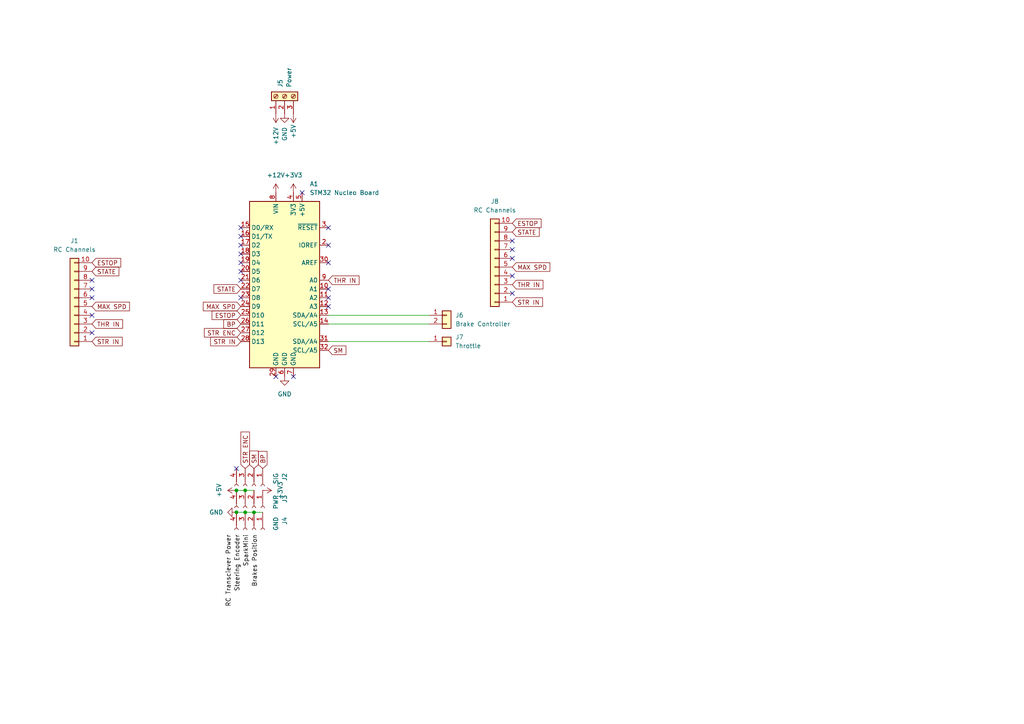
<source format=kicad_sch>
(kicad_sch (version 20230121) (generator eeschema)
  (paper "A4")
  (lib_symbols
    (symbol "Connector:Conn_01x04_Socket" (pin_names (offset 1.016) hide)
      (property "Reference" "J" (at 0 5.08 0))
      (property "Value" "Conn_01x04_Socket" (at 0 -7.62 0))
      (symbol "Conn_01x04_Socket_1_1"
        (arc (start 0 -4.572) (mid -0.5058 -5.08) (end 0 -5.588) (stroke (width 0.1524)))
        (arc (start 0 -2.032) (mid -0.5058 -2.54) (end 0 -3.048) (stroke (width 0.1524)))
        (polyline (pts (xy -1.27 -5.08) (xy -0.508 -5.08)) (stroke (width 0.1524)))
        (polyline (pts (xy -1.27 -2.54) (xy -0.508 -2.54)) (stroke (width 0.1524)))
        (polyline (pts (xy -1.27 0) (xy -0.508 0)) (stroke (width 0.1524)))
        (polyline (pts (xy -1.27 2.54) (xy -0.508 2.54)) (stroke (width 0.1524)))
        (arc (start 0 0.508) (mid -0.5058 0) (end 0 -0.508) (stroke (width 0.1524)))
        (arc (start 0 3.048) (mid -0.5058 2.54) (end 0 2.032) (stroke (width 0.1524)))
        (pin passive line (at -5.08 2.54 0) (length 3.81) (name "Pin_1") (number "1"))
        (pin passive line (at -5.08 0 0) (length 3.81) (name "Pin_2") (number "2"))
        (pin passive line (at -5.08 -2.54 0) (length 3.81) (name "Pin_3") (number "3"))
        (pin passive line (at -5.08 -5.08 0) (length 3.81) (name "Pin_4") (number "4"))
      )
    )
    (symbol "Connector:Screw_Terminal_01x03" (pin_names (offset 1.016) hide)
      (property "Reference" "J" (at 0 5.08 0))
      (property "Value" "Screw_Terminal_01x03" (at 0 -5.08 0))
      (symbol "Screw_Terminal_01x03_1_1"
        (rectangle (start -1.27 3.81) (end 1.27 -3.81) (stroke (width 0.254)) (fill (type background)))
        (circle (center 0 -2.54) (radius 0.635) (stroke (width 0.1524)))
        (polyline (pts (xy -0.5334 -2.2098) (xy 0.3302 -3.048)) (stroke (width 0.1524)))
        (polyline (pts (xy -0.5334 0.3302) (xy 0.3302 -0.508)) (stroke (width 0.1524)))
        (polyline (pts (xy -0.5334 2.8702) (xy 0.3302 2.032)) (stroke (width 0.1524)))
        (polyline (pts (xy -0.3556 -2.032) (xy 0.508 -2.8702)) (stroke (width 0.1524)))
        (polyline (pts (xy -0.3556 0.508) (xy 0.508 -0.3302)) (stroke (width 0.1524)))
        (polyline (pts (xy -0.3556 3.048) (xy 0.508 2.2098)) (stroke (width 0.1524)))
        (circle (center 0 0) (radius 0.635) (stroke (width 0.1524)))
        (circle (center 0 2.54) (radius 0.635) (stroke (width 0.1524)))
        (pin passive line (at -5.08 2.54 0) (length 3.81) (name "Pin_1") (number "1"))
        (pin passive line (at -5.08 0 0) (length 3.81) (name "Pin_2") (number "2"))
        (pin passive line (at -5.08 -2.54 0) (length 3.81) (name "Pin_3") (number "3"))
      )
    )
    (symbol "Connector_Generic:Conn_01x01" (pin_names (offset 1.016) hide)
      (property "Reference" "J" (at 0 2.54 0))
      (property "Value" "Conn_01x01" (at 0 -2.54 0))
      (symbol "Conn_01x01_1_1"
        (rectangle (start -1.27 0.127) (end 0 -0.127) (stroke (width 0.1524)))
        (rectangle (start -1.27 1.27) (end 1.27 -1.27) (stroke (width 0.254)) (fill (type background)))
        (pin passive line (at -5.08 0 0) (length 3.81) (name "Pin_1") (number "1"))
      )
    )
    (symbol "Connector_Generic:Conn_01x02" (pin_names (offset 1.016) hide)
      (property "Reference" "J" (at 0 2.54 0))
      (property "Value" "Conn_01x02" (at 0 -5.08 0))
      (symbol "Conn_01x02_1_1"
        (rectangle (start -1.27 -2.413) (end 0 -2.667) (stroke (width 0.1524)))
        (rectangle (start -1.27 0.127) (end 0 -0.127) (stroke (width 0.1524)))
        (rectangle (start -1.27 1.27) (end 1.27 -3.81) (stroke (width 0.254)) (fill (type background)))
        (pin passive line (at -5.08 0 0) (length 3.81) (name "Pin_1") (number "1"))
        (pin passive line (at -5.08 -2.54 0) (length 3.81) (name "Pin_2") (number "2"))
      )
    )
    (symbol "Connector_Generic:Conn_01x10" (pin_names (offset 1.016) hide)
      (property "Reference" "J" (at 0 12.7 0))
      (property "Value" "Conn_01x10" (at 0 -15.24 0))
      (symbol "Conn_01x10_1_1"
        (rectangle (start -1.27 -12.573) (end 0 -12.827) (stroke (width 0.1524)))
        (rectangle (start -1.27 -10.033) (end 0 -10.287) (stroke (width 0.1524)))
        (rectangle (start -1.27 -7.493) (end 0 -7.747) (stroke (width 0.1524)))
        (rectangle (start -1.27 -4.953) (end 0 -5.207) (stroke (width 0.1524)))
        (rectangle (start -1.27 -2.413) (end 0 -2.667) (stroke (width 0.1524)))
        (rectangle (start -1.27 0.127) (end 0 -0.127) (stroke (width 0.1524)))
        (rectangle (start -1.27 2.667) (end 0 2.413) (stroke (width 0.1524)))
        (rectangle (start -1.27 5.207) (end 0 4.953) (stroke (width 0.1524)))
        (rectangle (start -1.27 7.747) (end 0 7.493) (stroke (width 0.1524)))
        (rectangle (start -1.27 10.287) (end 0 10.033) (stroke (width 0.1524)))
        (rectangle (start -1.27 11.43) (end 1.27 -13.97) (stroke (width 0.254)) (fill (type background)))
        (pin passive line (at -5.08 10.16 0) (length 3.81) (name "Pin_1") (number "1"))
        (pin passive line (at -5.08 -12.7 0) (length 3.81) (name "Pin_10") (number "10"))
        (pin passive line (at -5.08 7.62 0) (length 3.81) (name "Pin_2") (number "2"))
        (pin passive line (at -5.08 5.08 0) (length 3.81) (name "Pin_3") (number "3"))
        (pin passive line (at -5.08 2.54 0) (length 3.81) (name "Pin_4") (number "4"))
        (pin passive line (at -5.08 0 0) (length 3.81) (name "Pin_5") (number "5"))
        (pin passive line (at -5.08 -2.54 0) (length 3.81) (name "Pin_6") (number "6"))
        (pin passive line (at -5.08 -5.08 0) (length 3.81) (name "Pin_7") (number "7"))
        (pin passive line (at -5.08 -7.62 0) (length 3.81) (name "Pin_8") (number "8"))
        (pin passive line (at -5.08 -10.16 0) (length 3.81) (name "Pin_9") (number "9"))
      )
    )
    (symbol "MCU_Module:Arduino_UNO_R3"
      (property "Reference" "A" (at -10.16 23.495 0))
      (property "Value" "Arduino_UNO_R3" (at 5.08 -26.67 0))
      (symbol "Arduino_UNO_R3_0_1"
        (rectangle (start -10.16 22.86) (end 10.16 -25.4) (stroke (width 0.254)) (fill (type background)))
      )
      (symbol "Arduino_UNO_R3_1_1"
        (pin no_connect line (at -10.16 -20.32 0) (length 2.54) hide (name "NC") (number "1"))
        (pin bidirectional line (at 12.7 -2.54 180) (length 2.54) (name "A1") (number "10"))
        (pin bidirectional line (at 12.7 -5.08 180) (length 2.54) (name "A2") (number "11"))
        (pin bidirectional line (at 12.7 -7.62 180) (length 2.54) (name "A3") (number "12"))
        (pin bidirectional line (at 12.7 -10.16 180) (length 2.54) (name "SDA/A4") (number "13"))
        (pin bidirectional line (at 12.7 -12.7 180) (length 2.54) (name "SCL/A5") (number "14"))
        (pin bidirectional line (at -12.7 15.24 0) (length 2.54) (name "D0/RX") (number "15"))
        (pin bidirectional line (at -12.7 12.7 0) (length 2.54) (name "D1/TX") (number "16"))
        (pin bidirectional line (at -12.7 10.16 0) (length 2.54) (name "D2") (number "17"))
        (pin bidirectional line (at -12.7 7.62 0) (length 2.54) (name "D3") (number "18"))
        (pin bidirectional line (at -12.7 5.08 0) (length 2.54) (name "D4") (number "19"))
        (pin output line (at 12.7 10.16 180) (length 2.54) (name "IOREF") (number "2"))
        (pin bidirectional line (at -12.7 2.54 0) (length 2.54) (name "D5") (number "20"))
        (pin bidirectional line (at -12.7 0 0) (length 2.54) (name "D6") (number "21"))
        (pin bidirectional line (at -12.7 -2.54 0) (length 2.54) (name "D7") (number "22"))
        (pin bidirectional line (at -12.7 -5.08 0) (length 2.54) (name "D8") (number "23"))
        (pin bidirectional line (at -12.7 -7.62 0) (length 2.54) (name "D9") (number "24"))
        (pin bidirectional line (at -12.7 -10.16 0) (length 2.54) (name "D10") (number "25"))
        (pin bidirectional line (at -12.7 -12.7 0) (length 2.54) (name "D11") (number "26"))
        (pin bidirectional line (at -12.7 -15.24 0) (length 2.54) (name "D12") (number "27"))
        (pin bidirectional line (at -12.7 -17.78 0) (length 2.54) (name "D13") (number "28"))
        (pin power_in line (at -2.54 -27.94 90) (length 2.54) (name "GND") (number "29"))
        (pin input line (at 12.7 15.24 180) (length 2.54) (name "~{RESET}") (number "3"))
        (pin input line (at 12.7 5.08 180) (length 2.54) (name "AREF") (number "30"))
        (pin bidirectional line (at 12.7 -17.78 180) (length 2.54) (name "SDA/A4") (number "31"))
        (pin bidirectional line (at 12.7 -20.32 180) (length 2.54) (name "SCL/A5") (number "32"))
        (pin power_out line (at 2.54 25.4 270) (length 2.54) (name "3V3") (number "4"))
        (pin power_out line (at 5.08 25.4 270) (length 2.54) (name "+5V") (number "5"))
        (pin power_in line (at 0 -27.94 90) (length 2.54) (name "GND") (number "6"))
        (pin power_in line (at 2.54 -27.94 90) (length 2.54) (name "GND") (number "7"))
        (pin power_in line (at -2.54 25.4 270) (length 2.54) (name "VIN") (number "8"))
        (pin bidirectional line (at 12.7 0 180) (length 2.54) (name "A0") (number "9"))
      )
    )
    (symbol "power:+12V" (power) (pin_names (offset 0))
      (property "Value" "+12V" (at 0 3.556 0))
      (symbol "+12V_0_1"
        (polyline (pts (xy -0.762 1.27) (xy 0 2.54)))
        (polyline (pts (xy 0 0) (xy 0 2.54)))
        (polyline (pts (xy 0 2.54) (xy 0.762 1.27)))
      )
      (symbol "+12V_1_1"
        (pin power_in line (at 0 0 90) (length 0) hide (name "+12V") (number "1"))
      )
    )
    (symbol "power:+3V3" (power) (pin_names (offset 0))
      (property "Value" "+3V3" (at 0 3.556 0))
      (symbol "+3V3_0_1"
        (polyline (pts (xy -0.762 1.27) (xy 0 2.54)))
        (polyline (pts (xy 0 0) (xy 0 2.54)))
        (polyline (pts (xy 0 2.54) (xy 0.762 1.27)))
      )
      (symbol "+3V3_1_1"
        (pin power_in line (at 0 0 90) (length 0) hide (name "+3V3") (number "1"))
      )
    )
    (symbol "power:+5V" (power) (pin_names (offset 0))
      (property "Value" "+5V" (at 0 3.556 0))
      (symbol "+5V_0_1"
        (polyline (pts (xy -0.762 1.27) (xy 0 2.54)))
        (polyline (pts (xy 0 0) (xy 0 2.54)))
        (polyline (pts (xy 0 2.54) (xy 0.762 1.27)))
      )
      (symbol "+5V_1_1"
        (pin power_in line (at 0 0 90) (length 0) hide (name "+5V") (number "1"))
      )
    )
    (symbol "power:GND" (power) (pin_names (offset 0))
      (property "Value" "GND" (at 0 -3.81 0))
      (symbol "GND_0_1"
        (polyline (pts (xy 0 0) (xy 0 -1.27) (xy 1.27 -1.27) (xy 0 -2.54) (xy -1.27 -1.27) (xy 0 -1.27)))
      )
      (symbol "GND_1_1"
        (pin power_in line (at 0 0 270) (length 0) hide (name "GND") (number "1"))
      )
    )
  )
  (junction (at 73.66 148.59))
  (junction (at 71.12 148.59))
  (junction (at 71.12 142.24))
  (junction (at 68.58 148.59))
  (junction (at 68.58 142.24))
  (no_connect (at 69.85 86.36))
  (no_connect (at 95.25 88.9))
  (no_connect (at 26.67 83.82))
  (no_connect (at 69.85 66.04))
  (no_connect (at 95.25 71.12))
  (no_connect (at 85.09 109.22))
  (no_connect (at 87.63 55.88))
  (no_connect (at 69.85 76.2))
  (no_connect (at 26.67 86.36))
  (no_connect (at 69.85 68.58))
  (no_connect (at 148.59 85.09))
  (no_connect (at 148.59 69.85))
  (no_connect (at 95.25 86.36))
  (no_connect (at 69.85 71.12))
  (no_connect (at 148.59 74.93))
  (no_connect (at 95.25 83.82))
  (no_connect (at 26.67 81.28))
  (no_connect (at 26.67 96.52))
  (no_connect (at 80.01 109.22))
  (no_connect (at 69.85 73.66))
  (no_connect (at 68.58 135.89))
  (no_connect (at 69.85 81.28))
  (no_connect (at 69.85 78.74))
  (no_connect (at 26.67 91.44))
  (no_connect (at 148.59 80.01))
  (no_connect (at 95.25 66.04))
  (no_connect (at 95.25 76.2))
  (no_connect (at 148.59 72.39))
  (wire (pts (xy 124.46 99.06) (xy 95.25 99.06)))
  (wire (pts (xy 73.66 148.59) (xy 71.12 148.59)))
  (wire (pts (xy 71.12 148.59) (xy 68.58 148.59)))
  (wire (pts (xy 76.2 148.59) (xy 73.66 148.59)))
  (wire (pts (xy 124.46 93.98) (xy 95.25 93.98)))
  (wire (pts (xy 73.66 142.24) (xy 71.12 142.24)))
  (wire (pts (xy 71.12 142.24) (xy 68.58 142.24)))
  (wire (pts (xy 124.46 91.44) (xy 95.25 91.44)))
  (label "Steering Encoder" (at 69.85 154.94 270))
  (label "Brakes Position" (at 74.93 154.94 270))
  (label "RC Transciever Power" (at 67.31 154.94 270))
  (label "SparkMini" (at 72.39 154.94 270))
  (global_label "THR IN" (shape input) (at 148.59 82.55 0) (property "Intersheetrefs" "${INTERSHEET_REFS}" (effects hide)))
  (global_label "THR IN" (shape input) (at 95.25 81.28 0) (property "Intersheetrefs" "${INTERSHEET_REFS}" (effects hide)))
  (global_label "STATE" (shape input) (at 26.67 78.74 0) (property "Intersheetrefs" "${INTERSHEET_REFS}" (effects hide)))
  (global_label "STR ENC" (shape input) (at 69.85 96.52 180) (property "Intersheetrefs" "${INTERSHEET_REFS}" (effects hide)))
  (global_label "SM" (shape input) (at 73.66 135.89 90) (property "Intersheetrefs" "${INTERSHEET_REFS}" (effects hide)))
  (global_label "STATE" (shape input) (at 148.59 67.31 0) (property "Intersheetrefs" "${INTERSHEET_REFS}" (effects hide)))
  (global_label "STATE" (shape input) (at 69.85 83.82 180) (property "Intersheetrefs" "${INTERSHEET_REFS}" (effects hide)))
  (global_label "STR ENC" (shape input) (at 71.12 135.89 90) (property "Intersheetrefs" "${INTERSHEET_REFS}" (effects hide)))
  (global_label "ESTOP" (shape input) (at 26.67 76.2 0) (property "Intersheetrefs" "${INTERSHEET_REFS}" (effects hide)))
  (global_label "ESTOP" (shape input) (at 69.85 91.44 180) (property "Intersheetrefs" "${INTERSHEET_REFS}" (effects hide)))
  (global_label "STR IN" (shape input) (at 69.85 99.06 180) (property "Intersheetrefs" "${INTERSHEET_REFS}" (effects hide)))
  (global_label "SM" (shape input) (at 95.25 101.6 0) (property "Intersheetrefs" "${INTERSHEET_REFS}" (effects hide)))
  (global_label "MAX SPD" (shape input) (at 26.67 88.9 0) (property "Intersheetrefs" "${INTERSHEET_REFS}" (effects hide)))
  (global_label "STR IN" (shape input) (at 148.59 87.63 0) (property "Intersheetrefs" "${INTERSHEET_REFS}" (effects hide)))
  (global_label "BP" (shape input) (at 69.85 93.98 180) (property "Intersheetrefs" "${INTERSHEET_REFS}" (effects hide)))
  (global_label "STR IN" (shape input) (at 26.67 99.06 0) (property "Intersheetrefs" "${INTERSHEET_REFS}" (effects hide)))
  (global_label "ESTOP" (shape input) (at 148.59 64.77 0) (property "Intersheetrefs" "${INTERSHEET_REFS}" (effects hide)))
  (global_label "MAX SPD" (shape input) (at 69.85 88.9 180) (property "Intersheetrefs" "${INTERSHEET_REFS}" (effects hide)))
  (global_label "THR IN" (shape input) (at 26.67 93.98 0) (property "Intersheetrefs" "${INTERSHEET_REFS}" (effects hide)))
  (global_label "MAX SPD" (shape input) (at 148.59 77.47 0) (property "Intersheetrefs" "${INTERSHEET_REFS}" (effects hide)))
  (global_label "BP" (shape input) (at 76.2 135.89 90) (property "Intersheetrefs" "${INTERSHEET_REFS}" (effects hide)))
  (symbol (lib_id "power:GND") (at 82.55 109.22 0) (unit 1)
    (property "Reference" "#PWR06" (effects hide))
    (property "Value" "GND" (at 82.55 114.3 0))
  )
  (symbol (lib_id "power:GND") (at 82.55 33.02 0) (unit 1)
    (property "Reference" "#PWR05" (effects hide))
    (property "Value" "GND" (at 82.55 36.83 90) (effects (justify right)))
  )
  (symbol (lib_id "Connector:Conn_01x04_Socket") (at 73.66 140.97 270) (unit 1)
    (property "Reference" "J2" (at 82.55 137.16 0) (effects (justify left)))
    (property "Value" "SIG" (at 80.01 137.16 0) (effects (justify left)))
    (property "Footprint" "Connector_PinSocket_2.54mm:PinSocket_1x04_P2.54mm_Vertical" (effects hide))
  )
  (symbol (lib_id "power:+3V3") (at 76.2 142.24 270) (unit 1)
    (property "Reference" "#PWR02" (effects hide))
    (property "Value" "+3V3" (at 81.28 142.24 0))
  )
  (symbol (lib_id "power:+5V") (at 68.58 142.24 90) (unit 1)
    (property "Reference" "#PWR01" (effects hide))
    (property "Value" "+5V" (at 63.5 142.24 0))
  )
  (symbol (lib_id "Connector:Screw_Terminal_01x03") (at 82.55 27.94 90) (unit 1)
    (property "Reference" "J5" (at 81.28 25.4 0) (effects (justify left)))
    (property "Value" "Power" (at 83.82 25.4 0) (effects (justify left)))
    (property "Footprint" "TerminalBlock:TerminalBlock_bornier-3_P5.08mm" (effects hide))
  )
  (symbol (lib_id "Connector_Generic:Conn_01x10") (at 21.59 88.9 180) (unit 1)
    (property "Reference" "J1" (at 21.59 69.85 0))
    (property "Value" "RC Channels" (at 21.59 72.39 0))
    (property "Footprint" "Connector_PinSocket_2.54mm:PinSocket_1x10_P2.54mm_Vertical" (effects hide))
  )
  (symbol (lib_id "Connector_Generic:Conn_01x01") (at 129.54 99.06 0) (unit 1)
    (property "Reference" "J7" (at 132.08 97.79 0) (effects (justify left)))
    (property "Value" "Throttle" (at 132.08 100.33 0) (effects (justify left)))
    (property "Footprint" "Connector_PinSocket_2.54mm:PinSocket_1x01_P2.54mm_Vertical" (effects hide))
  )
  (symbol (lib_id "power:+12V") (at 80.01 55.88 0) (unit 1)
    (property "Reference" "#PWR04" (effects hide))
    (property "Value" "+12V" (at 80.01 50.8 0))
  )
  (symbol (lib_id "power:GND") (at 68.58 148.59 270) (unit 1)
    (property "Reference" "#PWR09" (effects hide))
    (property "Value" "GND" (at 64.77 148.59 90) (effects (justify right)))
  )
  (symbol (lib_id "MCU_Module:Arduino_UNO_R3") (at 82.55 81.28 0) (unit 1)
    (property "Reference" "A1" (at 89.8241 53.34 0) (effects (justify left)))
    (property "Value" "STM32 Nucleo Board" (at 89.8241 55.88 0) (effects (justify left)))
    (property "Footprint" "Module:Arduino_UNO_R3_Bare" (effects hide))
    (property "Datasheet" "https://www.arduino.cc/en/Main/arduinoBoardUno" (effects hide))
  )
  (symbol (lib_id "Connector:Conn_01x04_Socket") (at 73.66 147.32 270) (unit 1)
    (property "Reference" "J3" (at 82.55 143.51 0) (effects (justify left)))
    (property "Value" "PWR" (at 80.01 143.51 0) (effects (justify left)))
    (property "Footprint" "Connector_PinSocket_2.54mm:PinSocket_1x04_P2.54mm_Vertical" (effects hide))
  )
  (symbol (lib_id "power:+3V3") (at 85.09 55.88 0) (unit 1)
    (property "Reference" "#PWR08" (effects hide))
    (property "Value" "+3V3" (at 85.09 50.8 0))
  )
  (symbol (lib_id "power:+5V") (at 85.09 33.02 180) (unit 1)
    (property "Reference" "#PWR07" (effects hide))
    (property "Value" "+5V" (at 85.09 38.1 90))
  )
  (symbol (lib_id "Connector_Generic:Conn_01x02") (at 129.54 91.44 0) (unit 1)
    (property "Reference" "J6" (at 132.08 91.44 0) (effects (justify left)))
    (property "Value" "Brake Controller" (at 132.08 93.98 0) (effects (justify left)))
    (property "Footprint" "Connector_PinSocket_2.54mm:PinSocket_1x02_P2.54mm_Vertical" (effects hide))
  )
  (symbol (lib_id "Connector_Generic:Conn_01x10") (at 143.51 77.47 180) (unit 1)
    (property "Reference" "J8" (at 143.51 58.42 0))
    (property "Value" "RC Channels" (at 143.51 60.96 0))
    (property "Footprint" "Connector_PinSocket_2.54mm:PinSocket_1x10_P2.54mm_Vertical" (effects hide))
  )
  (symbol (lib_id "Connector:Conn_01x04_Socket") (at 73.66 153.67 270) (unit 1)
    (property "Reference" "J4" (at 82.55 149.86 0) (effects (justify left)))
    (property "Value" "GND" (at 80.01 149.86 0) (effects (justify left)))
    (property "Footprint" "Connector_PinSocket_2.54mm:PinSocket_1x04_P2.54mm_Vertical" (effects hide))
  )
  (symbol (lib_id "power:+12V") (at 80.01 33.02 180) (unit 1)
    (property "Reference" "#PWR03" (effects hide))
    (property "Value" "+12V" (at 80.01 36.83 90) (effects (justify left)))
  )
)
</source>
